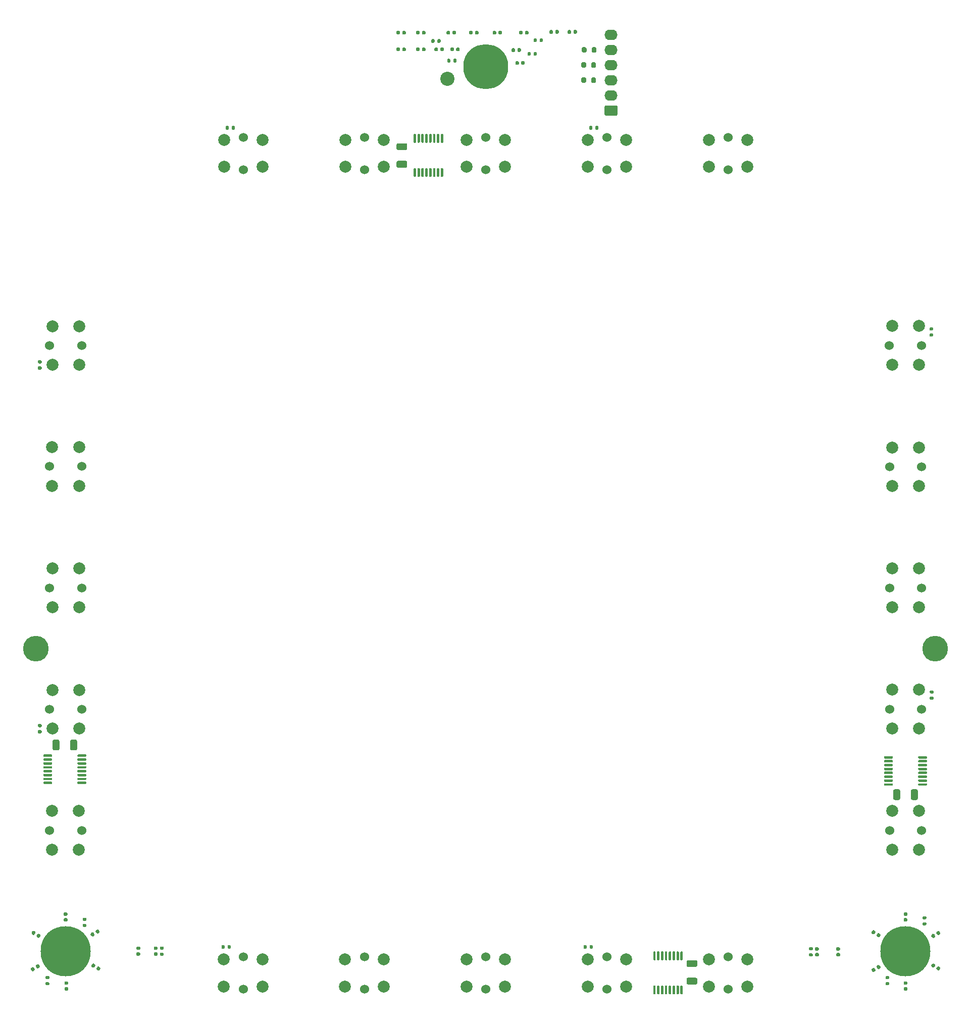
<source format=gbr>
G04 #@! TF.GenerationSoftware,KiCad,Pcbnew,(5.1.9)-1*
G04 #@! TF.CreationDate,2021-08-15T10:09:09-06:00*
G04 #@! TF.ProjectId,Buttons_DDI,42757474-6f6e-4735-9f44-44492e6b6963,rev?*
G04 #@! TF.SameCoordinates,Original*
G04 #@! TF.FileFunction,Soldermask,Top*
G04 #@! TF.FilePolarity,Negative*
%FSLAX46Y46*%
G04 Gerber Fmt 4.6, Leading zero omitted, Abs format (unit mm)*
G04 Created by KiCad (PCBNEW (5.1.9)-1) date 2021-08-15 10:09:09*
%MOMM*%
%LPD*%
G01*
G04 APERTURE LIST*
%ADD10C,4.300000*%
%ADD11C,8.400000*%
%ADD12C,7.540752*%
%ADD13C,2.381250*%
%ADD14C,1.524000*%
%ADD15C,2.000000*%
%ADD16O,2.190000X1.740000*%
G04 APERTURE END LIST*
D10*
X283112145Y129680924D03*
X132305987Y129680924D03*
D11*
X278114691Y78969824D03*
X137303441Y78969824D03*
D12*
X207709066Y227216924D03*
D13*
X201283366Y225129124D03*
D12*
X207709066Y227216924D03*
G36*
G01*
X225474926Y229730564D02*
X225474926Y230280564D01*
G75*
G02*
X225674926Y230480564I200000J0D01*
G01*
X226074926Y230480564D01*
G75*
G02*
X226274926Y230280564I0J-200000D01*
G01*
X226274926Y229730564D01*
G75*
G02*
X226074926Y229530564I-200000J0D01*
G01*
X225674926Y229530564D01*
G75*
G02*
X225474926Y229730564I0J200000D01*
G01*
G37*
G36*
G01*
X223824926Y229730564D02*
X223824926Y230280564D01*
G75*
G02*
X224024926Y230480564I200000J0D01*
G01*
X224424926Y230480564D01*
G75*
G02*
X224624926Y230280564I0J-200000D01*
G01*
X224624926Y229730564D01*
G75*
G02*
X224424926Y229530564I-200000J0D01*
G01*
X224024926Y229530564D01*
G75*
G02*
X223824926Y229730564I0J200000D01*
G01*
G37*
D14*
X167080566Y209947924D03*
X167080566Y215347924D03*
D15*
X170330566Y214897924D03*
X170330566Y210397924D03*
X163830566Y214897924D03*
X163830566Y210397924D03*
D14*
X187400566Y209947924D03*
X187400566Y215347924D03*
D15*
X190650566Y214897924D03*
X190650566Y210397924D03*
X184150566Y214897924D03*
X184150566Y210397924D03*
D14*
X207720566Y209947924D03*
X207720566Y215347924D03*
D15*
X210970566Y214897924D03*
X210970566Y210397924D03*
X204470566Y214897924D03*
X204470566Y210397924D03*
D14*
X228040566Y209947924D03*
X228040566Y215347924D03*
D15*
X231290566Y214897924D03*
X231290566Y210397924D03*
X224790566Y214897924D03*
X224790566Y210397924D03*
D14*
X248360566Y209947924D03*
X248360566Y215347924D03*
D15*
X251610566Y214897924D03*
X251610566Y210397924D03*
X245110566Y214897924D03*
X245110566Y210397924D03*
D14*
X275403066Y180482124D03*
X280803066Y180482124D03*
D15*
X280353066Y177232124D03*
X275853066Y177232124D03*
X280353066Y183732124D03*
X275853066Y183732124D03*
D14*
X275425291Y160149424D03*
X280825291Y160149424D03*
D15*
X280375291Y156899424D03*
X275875291Y156899424D03*
X280375291Y163399424D03*
X275875291Y163399424D03*
D14*
X275425291Y139854824D03*
X280825291Y139854824D03*
D15*
X280375291Y136604824D03*
X275875291Y136604824D03*
X280375291Y143104824D03*
X275875291Y143104824D03*
D14*
X275425291Y119532424D03*
X280825291Y119532424D03*
D15*
X280375291Y116282424D03*
X275875291Y116282424D03*
X280375291Y122782424D03*
X275875291Y122782424D03*
D14*
X275425291Y99214824D03*
X280825291Y99214824D03*
D15*
X280375291Y95964824D03*
X275875291Y95964824D03*
X280375291Y102464824D03*
X275875291Y102464824D03*
D14*
X167067866Y72610124D03*
X167067866Y78010124D03*
D15*
X170317866Y77560124D03*
X170317866Y73060124D03*
X163817866Y77560124D03*
X163817866Y73060124D03*
D14*
X187387866Y72610124D03*
X187387866Y78010124D03*
D15*
X190637866Y77560124D03*
X190637866Y73060124D03*
X184137866Y77560124D03*
X184137866Y73060124D03*
D14*
X207733266Y72610124D03*
X207733266Y78010124D03*
D15*
X210983266Y77560124D03*
X210983266Y73060124D03*
X204483266Y77560124D03*
X204483266Y73060124D03*
D14*
X228053266Y72610124D03*
X228053266Y78010124D03*
D15*
X231303266Y77560124D03*
X231303266Y73060124D03*
X224803266Y77560124D03*
X224803266Y73060124D03*
D14*
X248373266Y72610124D03*
X248373266Y78010124D03*
D15*
X251623266Y77560124D03*
X251623266Y73060124D03*
X245123266Y77560124D03*
X245123266Y73060124D03*
D14*
X140015066Y180454324D03*
X134615066Y180454324D03*
D15*
X135065066Y183704324D03*
X139565066Y183704324D03*
X135065066Y177204324D03*
X139565066Y177204324D03*
D14*
X139989666Y160185124D03*
X134589666Y160185124D03*
D15*
X135039666Y163435124D03*
X139539666Y163435124D03*
X135039666Y156935124D03*
X139539666Y156935124D03*
D14*
X140015066Y139839724D03*
X134615066Y139839724D03*
D15*
X135065066Y143089724D03*
X139565066Y143089724D03*
X135065066Y136589724D03*
X139565066Y136589724D03*
D14*
X139999191Y119494324D03*
X134599191Y119494324D03*
D15*
X135049191Y122744324D03*
X139549191Y122744324D03*
X135049191Y116244324D03*
X139549191Y116244324D03*
D14*
X139964266Y99199724D03*
X134564266Y99199724D03*
D15*
X135014266Y102449724D03*
X139514266Y102449724D03*
X135014266Y95949724D03*
X139514266Y95949724D03*
G36*
G01*
X193009690Y211419824D02*
X194309692Y211419824D01*
G75*
G02*
X194559691Y211169825I0J-249999D01*
G01*
X194559691Y210519823D01*
G75*
G02*
X194309692Y210269824I-249999J0D01*
G01*
X193009690Y210269824D01*
G75*
G02*
X192759691Y210519823I0J249999D01*
G01*
X192759691Y211169825D01*
G75*
G02*
X193009690Y211419824I249999J0D01*
G01*
G37*
G36*
G01*
X193009690Y214369824D02*
X194309692Y214369824D01*
G75*
G02*
X194559691Y214119825I0J-249999D01*
G01*
X194559691Y213469823D01*
G75*
G02*
X194309692Y213219824I-249999J0D01*
G01*
X193009690Y213219824D01*
G75*
G02*
X192759691Y213469823I0J249999D01*
G01*
X192759691Y214119825D01*
G75*
G02*
X193009690Y214369824I249999J0D01*
G01*
G37*
G36*
G01*
X139194691Y114163825D02*
X139194691Y112863823D01*
G75*
G02*
X138944692Y112613824I-249999J0D01*
G01*
X138294690Y112613824D01*
G75*
G02*
X138044691Y112863823I0J249999D01*
G01*
X138044691Y114163825D01*
G75*
G02*
X138294690Y114413824I249999J0D01*
G01*
X138944692Y114413824D01*
G75*
G02*
X139194691Y114163825I0J-249999D01*
G01*
G37*
G36*
G01*
X136244691Y114163825D02*
X136244691Y112863823D01*
G75*
G02*
X135994692Y112613824I-249999J0D01*
G01*
X135344690Y112613824D01*
G75*
G02*
X135094691Y112863823I0J249999D01*
G01*
X135094691Y114163825D01*
G75*
G02*
X135344690Y114413824I249999J0D01*
G01*
X135994692Y114413824D01*
G75*
G02*
X136244691Y114163825I0J-249999D01*
G01*
G37*
G36*
G01*
X242950692Y76313824D02*
X241650690Y76313824D01*
G75*
G02*
X241400691Y76563823I0J249999D01*
G01*
X241400691Y77213825D01*
G75*
G02*
X241650690Y77463824I249999J0D01*
G01*
X242950692Y77463824D01*
G75*
G02*
X243200691Y77213825I0J-249999D01*
G01*
X243200691Y76563823D01*
G75*
G02*
X242950692Y76313824I-249999J0D01*
G01*
G37*
G36*
G01*
X242950692Y73363824D02*
X241650690Y73363824D01*
G75*
G02*
X241400691Y73613823I0J249999D01*
G01*
X241400691Y74263825D01*
G75*
G02*
X241650690Y74513824I249999J0D01*
G01*
X242950692Y74513824D01*
G75*
G02*
X243200691Y74263825I0J-249999D01*
G01*
X243200691Y73613823D01*
G75*
G02*
X242950692Y73363824I-249999J0D01*
G01*
G37*
G36*
G01*
X276064691Y104545323D02*
X276064691Y105845325D01*
G75*
G02*
X276314690Y106095324I249999J0D01*
G01*
X276964692Y106095324D01*
G75*
G02*
X277214691Y105845325I0J-249999D01*
G01*
X277214691Y104545323D01*
G75*
G02*
X276964692Y104295324I-249999J0D01*
G01*
X276314690Y104295324D01*
G75*
G02*
X276064691Y104545323I0J249999D01*
G01*
G37*
G36*
G01*
X279014691Y104545323D02*
X279014691Y105845325D01*
G75*
G02*
X279264690Y106095324I249999J0D01*
G01*
X279914692Y106095324D01*
G75*
G02*
X280164691Y105845325I0J-249999D01*
G01*
X280164691Y104545323D01*
G75*
G02*
X279914692Y104295324I-249999J0D01*
G01*
X279264690Y104295324D01*
G75*
G02*
X279014691Y104545323I0J249999D01*
G01*
G37*
G36*
G01*
X194312691Y233066324D02*
X194312691Y232721324D01*
G75*
G02*
X194165191Y232573824I-147500J0D01*
G01*
X193870191Y232573824D01*
G75*
G02*
X193722691Y232721324I0J147500D01*
G01*
X193722691Y233066324D01*
G75*
G02*
X193870191Y233213824I147500J0D01*
G01*
X194165191Y233213824D01*
G75*
G02*
X194312691Y233066324I0J-147500D01*
G01*
G37*
G36*
G01*
X193342691Y233066324D02*
X193342691Y232721324D01*
G75*
G02*
X193195191Y232573824I-147500J0D01*
G01*
X192900191Y232573824D01*
G75*
G02*
X192752691Y232721324I0J147500D01*
G01*
X192752691Y233066324D01*
G75*
G02*
X192900191Y233213824I147500J0D01*
G01*
X193195191Y233213824D01*
G75*
G02*
X193342691Y233066324I0J-147500D01*
G01*
G37*
G36*
G01*
X196644691Y233066324D02*
X196644691Y232721324D01*
G75*
G02*
X196497191Y232573824I-147500J0D01*
G01*
X196202191Y232573824D01*
G75*
G02*
X196054691Y232721324I0J147500D01*
G01*
X196054691Y233066324D01*
G75*
G02*
X196202191Y233213824I147500J0D01*
G01*
X196497191Y233213824D01*
G75*
G02*
X196644691Y233066324I0J-147500D01*
G01*
G37*
G36*
G01*
X197614691Y233066324D02*
X197614691Y232721324D01*
G75*
G02*
X197467191Y232573824I-147500J0D01*
G01*
X197172191Y232573824D01*
G75*
G02*
X197024691Y232721324I0J147500D01*
G01*
X197024691Y233066324D01*
G75*
G02*
X197172191Y233213824I147500J0D01*
G01*
X197467191Y233213824D01*
G75*
G02*
X197614691Y233066324I0J-147500D01*
G01*
G37*
G36*
G01*
X202717691Y233066324D02*
X202717691Y232721324D01*
G75*
G02*
X202570191Y232573824I-147500J0D01*
G01*
X202275191Y232573824D01*
G75*
G02*
X202127691Y232721324I0J147500D01*
G01*
X202127691Y233066324D01*
G75*
G02*
X202275191Y233213824I147500J0D01*
G01*
X202570191Y233213824D01*
G75*
G02*
X202717691Y233066324I0J-147500D01*
G01*
G37*
G36*
G01*
X201747691Y233066324D02*
X201747691Y232721324D01*
G75*
G02*
X201600191Y232573824I-147500J0D01*
G01*
X201305191Y232573824D01*
G75*
G02*
X201157691Y232721324I0J147500D01*
G01*
X201157691Y233066324D01*
G75*
G02*
X201305191Y233213824I147500J0D01*
G01*
X201600191Y233213824D01*
G75*
G02*
X201747691Y233066324I0J-147500D01*
G01*
G37*
G36*
G01*
X205534691Y233066324D02*
X205534691Y232721324D01*
G75*
G02*
X205387191Y232573824I-147500J0D01*
G01*
X205092191Y232573824D01*
G75*
G02*
X204944691Y232721324I0J147500D01*
G01*
X204944691Y233066324D01*
G75*
G02*
X205092191Y233213824I147500J0D01*
G01*
X205387191Y233213824D01*
G75*
G02*
X205534691Y233066324I0J-147500D01*
G01*
G37*
G36*
G01*
X206504691Y233066324D02*
X206504691Y232721324D01*
G75*
G02*
X206357191Y232573824I-147500J0D01*
G01*
X206062191Y232573824D01*
G75*
G02*
X205914691Y232721324I0J147500D01*
G01*
X205914691Y233066324D01*
G75*
G02*
X206062191Y233213824I147500J0D01*
G01*
X206357191Y233213824D01*
G75*
G02*
X206504691Y233066324I0J-147500D01*
G01*
G37*
G36*
G01*
X194312691Y230272324D02*
X194312691Y229927324D01*
G75*
G02*
X194165191Y229779824I-147500J0D01*
G01*
X193870191Y229779824D01*
G75*
G02*
X193722691Y229927324I0J147500D01*
G01*
X193722691Y230272324D01*
G75*
G02*
X193870191Y230419824I147500J0D01*
G01*
X194165191Y230419824D01*
G75*
G02*
X194312691Y230272324I0J-147500D01*
G01*
G37*
G36*
G01*
X193342691Y230272324D02*
X193342691Y229927324D01*
G75*
G02*
X193195191Y229779824I-147500J0D01*
G01*
X192900191Y229779824D01*
G75*
G02*
X192752691Y229927324I0J147500D01*
G01*
X192752691Y230272324D01*
G75*
G02*
X192900191Y230419824I147500J0D01*
G01*
X193195191Y230419824D01*
G75*
G02*
X193342691Y230272324I0J-147500D01*
G01*
G37*
G36*
G01*
X197614691Y230272324D02*
X197614691Y229927324D01*
G75*
G02*
X197467191Y229779824I-147500J0D01*
G01*
X197172191Y229779824D01*
G75*
G02*
X197024691Y229927324I0J147500D01*
G01*
X197024691Y230272324D01*
G75*
G02*
X197172191Y230419824I147500J0D01*
G01*
X197467191Y230419824D01*
G75*
G02*
X197614691Y230272324I0J-147500D01*
G01*
G37*
G36*
G01*
X196644691Y230272324D02*
X196644691Y229927324D01*
G75*
G02*
X196497191Y229779824I-147500J0D01*
G01*
X196202191Y229779824D01*
G75*
G02*
X196054691Y229927324I0J147500D01*
G01*
X196054691Y230272324D01*
G75*
G02*
X196202191Y230419824I147500J0D01*
G01*
X196497191Y230419824D01*
G75*
G02*
X196644691Y230272324I0J-147500D01*
G01*
G37*
G36*
G01*
X200685691Y230272324D02*
X200685691Y229927324D01*
G75*
G02*
X200538191Y229779824I-147500J0D01*
G01*
X200243191Y229779824D01*
G75*
G02*
X200095691Y229927324I0J147500D01*
G01*
X200095691Y230272324D01*
G75*
G02*
X200243191Y230419824I147500J0D01*
G01*
X200538191Y230419824D01*
G75*
G02*
X200685691Y230272324I0J-147500D01*
G01*
G37*
G36*
G01*
X199715691Y230272324D02*
X199715691Y229927324D01*
G75*
G02*
X199568191Y229779824I-147500J0D01*
G01*
X199273191Y229779824D01*
G75*
G02*
X199125691Y229927324I0J147500D01*
G01*
X199125691Y230272324D01*
G75*
G02*
X199273191Y230419824I147500J0D01*
G01*
X199568191Y230419824D01*
G75*
G02*
X199715691Y230272324I0J-147500D01*
G01*
G37*
G36*
G01*
X202382691Y230272324D02*
X202382691Y229927324D01*
G75*
G02*
X202235191Y229779824I-147500J0D01*
G01*
X201940191Y229779824D01*
G75*
G02*
X201792691Y229927324I0J147500D01*
G01*
X201792691Y230272324D01*
G75*
G02*
X201940191Y230419824I147500J0D01*
G01*
X202235191Y230419824D01*
G75*
G02*
X202382691Y230272324I0J-147500D01*
G01*
G37*
G36*
G01*
X203352691Y230272324D02*
X203352691Y229927324D01*
G75*
G02*
X203205191Y229779824I-147500J0D01*
G01*
X202910191Y229779824D01*
G75*
G02*
X202762691Y229927324I0J147500D01*
G01*
X202762691Y230272324D01*
G75*
G02*
X202910191Y230419824I147500J0D01*
G01*
X203205191Y230419824D01*
G75*
G02*
X203352691Y230272324I0J-147500D01*
G01*
G37*
G36*
G01*
X222424691Y232848324D02*
X222424691Y233193324D01*
G75*
G02*
X222572191Y233340824I147500J0D01*
G01*
X222867191Y233340824D01*
G75*
G02*
X223014691Y233193324I0J-147500D01*
G01*
X223014691Y232848324D01*
G75*
G02*
X222867191Y232700824I-147500J0D01*
G01*
X222572191Y232700824D01*
G75*
G02*
X222424691Y232848324I0J147500D01*
G01*
G37*
G36*
G01*
X221454691Y232848324D02*
X221454691Y233193324D01*
G75*
G02*
X221602191Y233340824I147500J0D01*
G01*
X221897191Y233340824D01*
G75*
G02*
X222044691Y233193324I0J-147500D01*
G01*
X222044691Y232848324D01*
G75*
G02*
X221897191Y232700824I-147500J0D01*
G01*
X221602191Y232700824D01*
G75*
G02*
X221454691Y232848324I0J147500D01*
G01*
G37*
G36*
G01*
X218406691Y232848324D02*
X218406691Y233193324D01*
G75*
G02*
X218554191Y233340824I147500J0D01*
G01*
X218849191Y233340824D01*
G75*
G02*
X218996691Y233193324I0J-147500D01*
G01*
X218996691Y232848324D01*
G75*
G02*
X218849191Y232700824I-147500J0D01*
G01*
X218554191Y232700824D01*
G75*
G02*
X218406691Y232848324I0J147500D01*
G01*
G37*
G36*
G01*
X219376691Y232848324D02*
X219376691Y233193324D01*
G75*
G02*
X219524191Y233340824I147500J0D01*
G01*
X219819191Y233340824D01*
G75*
G02*
X219966691Y233193324I0J-147500D01*
G01*
X219966691Y232848324D01*
G75*
G02*
X219819191Y232700824I-147500J0D01*
G01*
X219524191Y232700824D01*
G75*
G02*
X219376691Y232848324I0J147500D01*
G01*
G37*
G36*
G01*
X214296691Y232721324D02*
X214296691Y233066324D01*
G75*
G02*
X214444191Y233213824I147500J0D01*
G01*
X214739191Y233213824D01*
G75*
G02*
X214886691Y233066324I0J-147500D01*
G01*
X214886691Y232721324D01*
G75*
G02*
X214739191Y232573824I-147500J0D01*
G01*
X214444191Y232573824D01*
G75*
G02*
X214296691Y232721324I0J147500D01*
G01*
G37*
G36*
G01*
X213326691Y232721324D02*
X213326691Y233066324D01*
G75*
G02*
X213474191Y233213824I147500J0D01*
G01*
X213769191Y233213824D01*
G75*
G02*
X213916691Y233066324I0J-147500D01*
G01*
X213916691Y232721324D01*
G75*
G02*
X213769191Y232573824I-147500J0D01*
G01*
X213474191Y232573824D01*
G75*
G02*
X213326691Y232721324I0J147500D01*
G01*
G37*
G36*
G01*
X208881691Y232721324D02*
X208881691Y233066324D01*
G75*
G02*
X209029191Y233213824I147500J0D01*
G01*
X209324191Y233213824D01*
G75*
G02*
X209471691Y233066324I0J-147500D01*
G01*
X209471691Y232721324D01*
G75*
G02*
X209324191Y232573824I-147500J0D01*
G01*
X209029191Y232573824D01*
G75*
G02*
X208881691Y232721324I0J147500D01*
G01*
G37*
G36*
G01*
X209851691Y232721324D02*
X209851691Y233066324D01*
G75*
G02*
X209999191Y233213824I147500J0D01*
G01*
X210294191Y233213824D01*
G75*
G02*
X210441691Y233066324I0J-147500D01*
G01*
X210441691Y232721324D01*
G75*
G02*
X210294191Y232573824I-147500J0D01*
G01*
X209999191Y232573824D01*
G75*
G02*
X209851691Y232721324I0J147500D01*
G01*
G37*
G36*
G01*
X213661691Y227641324D02*
X213661691Y227986324D01*
G75*
G02*
X213809191Y228133824I147500J0D01*
G01*
X214104191Y228133824D01*
G75*
G02*
X214251691Y227986324I0J-147500D01*
G01*
X214251691Y227641324D01*
G75*
G02*
X214104191Y227493824I-147500J0D01*
G01*
X213809191Y227493824D01*
G75*
G02*
X213661691Y227641324I0J147500D01*
G01*
G37*
G36*
G01*
X212691691Y227641324D02*
X212691691Y227986324D01*
G75*
G02*
X212839191Y228133824I147500J0D01*
G01*
X213134191Y228133824D01*
G75*
G02*
X213281691Y227986324I0J-147500D01*
G01*
X213281691Y227641324D01*
G75*
G02*
X213134191Y227493824I-147500J0D01*
G01*
X212839191Y227493824D01*
G75*
G02*
X212691691Y227641324I0J147500D01*
G01*
G37*
G36*
G01*
X213616691Y230145324D02*
X213616691Y229800324D01*
G75*
G02*
X213469191Y229652824I-147500J0D01*
G01*
X213174191Y229652824D01*
G75*
G02*
X213026691Y229800324I0J147500D01*
G01*
X213026691Y230145324D01*
G75*
G02*
X213174191Y230292824I147500J0D01*
G01*
X213469191Y230292824D01*
G75*
G02*
X213616691Y230145324I0J-147500D01*
G01*
G37*
G36*
G01*
X212646691Y230145324D02*
X212646691Y229800324D01*
G75*
G02*
X212499191Y229652824I-147500J0D01*
G01*
X212204191Y229652824D01*
G75*
G02*
X212056691Y229800324I0J147500D01*
G01*
X212056691Y230145324D01*
G75*
G02*
X212204191Y230292824I147500J0D01*
G01*
X212499191Y230292824D01*
G75*
G02*
X212646691Y230145324I0J-147500D01*
G01*
G37*
G36*
G01*
X137444191Y83904824D02*
X137099191Y83904824D01*
G75*
G02*
X136951691Y84052324I0J147500D01*
G01*
X136951691Y84347324D01*
G75*
G02*
X137099191Y84494824I147500J0D01*
G01*
X137444191Y84494824D01*
G75*
G02*
X137591691Y84347324I0J-147500D01*
G01*
X137591691Y84052324D01*
G75*
G02*
X137444191Y83904824I-147500J0D01*
G01*
G37*
G36*
G01*
X137444191Y84874824D02*
X137099191Y84874824D01*
G75*
G02*
X136951691Y85022324I0J147500D01*
G01*
X136951691Y85317324D01*
G75*
G02*
X137099191Y85464824I147500J0D01*
G01*
X137444191Y85464824D01*
G75*
G02*
X137591691Y85317324I0J-147500D01*
G01*
X137591691Y85022324D01*
G75*
G02*
X137444191Y84874824I-147500J0D01*
G01*
G37*
G36*
G01*
X132240397Y82008213D02*
X132067897Y81709435D01*
G75*
G02*
X131866408Y81655446I-127739J73750D01*
G01*
X131610930Y81802946D01*
G75*
G02*
X131556941Y82004435I73750J127739D01*
G01*
X131729441Y82303213D01*
G75*
G02*
X131930930Y82357202I127739J-73750D01*
G01*
X132186408Y82209702D01*
G75*
G02*
X132240397Y82008213I-73750J-127739D01*
G01*
G37*
G36*
G01*
X133080441Y81523213D02*
X132907941Y81224435D01*
G75*
G02*
X132706452Y81170446I-127739J73750D01*
G01*
X132450974Y81317946D01*
G75*
G02*
X132396985Y81519435I73750J127739D01*
G01*
X132569485Y81818213D01*
G75*
G02*
X132770974Y81872202I127739J-73750D01*
G01*
X133026452Y81724702D01*
G75*
G02*
X133080441Y81523213I-73750J-127739D01*
G01*
G37*
G36*
G01*
X131940897Y76230213D02*
X132113397Y75931435D01*
G75*
G02*
X132059408Y75729946I-127739J-73750D01*
G01*
X131803930Y75582446D01*
G75*
G02*
X131602441Y75636435I-73750J127739D01*
G01*
X131429941Y75935213D01*
G75*
G02*
X131483930Y76136702I127739J73750D01*
G01*
X131739408Y76284202D01*
G75*
G02*
X131940897Y76230213I73750J-127739D01*
G01*
G37*
G36*
G01*
X132780941Y76715213D02*
X132953441Y76416435D01*
G75*
G02*
X132899452Y76214946I-127739J-73750D01*
G01*
X132643974Y76067446D01*
G75*
G02*
X132442485Y76121435I-73750J127739D01*
G01*
X132269985Y76420213D01*
G75*
G02*
X132323974Y76621702I127739J73750D01*
G01*
X132579452Y76769202D01*
G75*
G02*
X132780941Y76715213I73750J-127739D01*
G01*
G37*
G36*
G01*
X137226191Y73907824D02*
X137571191Y73907824D01*
G75*
G02*
X137718691Y73760324I0J-147500D01*
G01*
X137718691Y73465324D01*
G75*
G02*
X137571191Y73317824I-147500J0D01*
G01*
X137226191Y73317824D01*
G75*
G02*
X137078691Y73465324I0J147500D01*
G01*
X137078691Y73760324D01*
G75*
G02*
X137226191Y73907824I147500J0D01*
G01*
G37*
G36*
G01*
X137226191Y72937824D02*
X137571191Y72937824D01*
G75*
G02*
X137718691Y72790324I0J-147500D01*
G01*
X137718691Y72495324D01*
G75*
G02*
X137571191Y72347824I-147500J0D01*
G01*
X137226191Y72347824D01*
G75*
G02*
X137078691Y72495324I0J147500D01*
G01*
X137078691Y72790324D01*
G75*
G02*
X137226191Y72937824I147500J0D01*
G01*
G37*
G36*
G01*
X142429985Y76058435D02*
X142602485Y76357213D01*
G75*
G02*
X142803974Y76411202I127739J-73750D01*
G01*
X143059452Y76263702D01*
G75*
G02*
X143113441Y76062213I-73750J-127739D01*
G01*
X142940941Y75763435D01*
G75*
G02*
X142739452Y75709446I-127739J73750D01*
G01*
X142483974Y75856946D01*
G75*
G02*
X142429985Y76058435I73750J127739D01*
G01*
G37*
G36*
G01*
X141589941Y76543435D02*
X141762441Y76842213D01*
G75*
G02*
X141963930Y76896202I127739J-73750D01*
G01*
X142219408Y76748702D01*
G75*
G02*
X142273397Y76547213I-73750J-127739D01*
G01*
X142100897Y76248435D01*
G75*
G02*
X141899408Y76194446I-127739J73750D01*
G01*
X141643930Y76341946D01*
G75*
G02*
X141589941Y76543435I73750J127739D01*
G01*
G37*
G36*
G01*
X141635441Y81478435D02*
X141462941Y81777213D01*
G75*
G02*
X141516930Y81978702I127739J73750D01*
G01*
X141772408Y82126202D01*
G75*
G02*
X141973897Y82072213I73750J-127739D01*
G01*
X142146397Y81773435D01*
G75*
G02*
X142092408Y81571946I-127739J-73750D01*
G01*
X141836930Y81424446D01*
G75*
G02*
X141635441Y81478435I-73750J127739D01*
G01*
G37*
G36*
G01*
X142475485Y81963435D02*
X142302985Y82262213D01*
G75*
G02*
X142356974Y82463702I127739J73750D01*
G01*
X142612452Y82611202D01*
G75*
G02*
X142813941Y82557213I73750J-127739D01*
G01*
X142986441Y82258435D01*
G75*
G02*
X142932452Y82056946I-127739J-73750D01*
G01*
X142676974Y81909446D01*
G75*
G02*
X142475485Y81963435I-73750J127739D01*
G01*
G37*
G36*
G01*
X149636191Y79159824D02*
X149291191Y79159824D01*
G75*
G02*
X149143691Y79307324I0J147500D01*
G01*
X149143691Y79602324D01*
G75*
G02*
X149291191Y79749824I147500J0D01*
G01*
X149636191Y79749824D01*
G75*
G02*
X149783691Y79602324I0J-147500D01*
G01*
X149783691Y79307324D01*
G75*
G02*
X149636191Y79159824I-147500J0D01*
G01*
G37*
G36*
G01*
X149636191Y78189824D02*
X149291191Y78189824D01*
G75*
G02*
X149143691Y78337324I0J147500D01*
G01*
X149143691Y78632324D01*
G75*
G02*
X149291191Y78779824I147500J0D01*
G01*
X149636191Y78779824D01*
G75*
G02*
X149783691Y78632324I0J-147500D01*
G01*
X149783691Y78337324D01*
G75*
G02*
X149636191Y78189824I-147500J0D01*
G01*
G37*
G36*
G01*
X152557191Y78189824D02*
X152212191Y78189824D01*
G75*
G02*
X152064691Y78337324I0J147500D01*
G01*
X152064691Y78632324D01*
G75*
G02*
X152212191Y78779824I147500J0D01*
G01*
X152557191Y78779824D01*
G75*
G02*
X152704691Y78632324I0J-147500D01*
G01*
X152704691Y78337324D01*
G75*
G02*
X152557191Y78189824I-147500J0D01*
G01*
G37*
G36*
G01*
X152557191Y79159824D02*
X152212191Y79159824D01*
G75*
G02*
X152064691Y79307324I0J147500D01*
G01*
X152064691Y79602324D01*
G75*
G02*
X152212191Y79749824I147500J0D01*
G01*
X152557191Y79749824D01*
G75*
G02*
X152704691Y79602324I0J-147500D01*
G01*
X152704691Y79307324D01*
G75*
G02*
X152557191Y79159824I-147500J0D01*
G01*
G37*
G36*
G01*
X278287191Y84874824D02*
X277942191Y84874824D01*
G75*
G02*
X277794691Y85022324I0J147500D01*
G01*
X277794691Y85317324D01*
G75*
G02*
X277942191Y85464824I147500J0D01*
G01*
X278287191Y85464824D01*
G75*
G02*
X278434691Y85317324I0J-147500D01*
G01*
X278434691Y85022324D01*
G75*
G02*
X278287191Y84874824I-147500J0D01*
G01*
G37*
G36*
G01*
X278287191Y83904824D02*
X277942191Y83904824D01*
G75*
G02*
X277794691Y84052324I0J147500D01*
G01*
X277794691Y84347324D01*
G75*
G02*
X277942191Y84494824I147500J0D01*
G01*
X278287191Y84494824D01*
G75*
G02*
X278434691Y84347324I0J-147500D01*
G01*
X278434691Y84052324D01*
G75*
G02*
X278287191Y83904824I-147500J0D01*
G01*
G37*
G36*
G01*
X273923441Y81650213D02*
X273750941Y81351435D01*
G75*
G02*
X273549452Y81297446I-127739J73750D01*
G01*
X273293974Y81444946D01*
G75*
G02*
X273239985Y81646435I73750J127739D01*
G01*
X273412485Y81945213D01*
G75*
G02*
X273613974Y81999202I127739J-73750D01*
G01*
X273869452Y81851702D01*
G75*
G02*
X273923441Y81650213I-73750J-127739D01*
G01*
G37*
G36*
G01*
X273083397Y82135213D02*
X272910897Y81836435D01*
G75*
G02*
X272709408Y81782446I-127739J73750D01*
G01*
X272453930Y81929946D01*
G75*
G02*
X272399941Y82131435I73750J127739D01*
G01*
X272572441Y82430213D01*
G75*
G02*
X272773930Y82484202I127739J-73750D01*
G01*
X273029408Y82336702D01*
G75*
G02*
X273083397Y82135213I-73750J-127739D01*
G01*
G37*
G36*
G01*
X272910897Y76103213D02*
X273083397Y75804435D01*
G75*
G02*
X273029408Y75602946I-127739J-73750D01*
G01*
X272773930Y75455446D01*
G75*
G02*
X272572441Y75509435I-73750J127739D01*
G01*
X272399941Y75808213D01*
G75*
G02*
X272453930Y76009702I127739J73750D01*
G01*
X272709408Y76157202D01*
G75*
G02*
X272910897Y76103213I73750J-127739D01*
G01*
G37*
G36*
G01*
X273750941Y76588213D02*
X273923441Y76289435D01*
G75*
G02*
X273869452Y76087946I-127739J-73750D01*
G01*
X273613974Y75940446D01*
G75*
G02*
X273412485Y75994435I-73750J127739D01*
G01*
X273239985Y76293213D01*
G75*
G02*
X273293974Y76494702I127739J73750D01*
G01*
X273549452Y76642202D01*
G75*
G02*
X273750941Y76588213I73750J-127739D01*
G01*
G37*
G36*
G01*
X277942191Y73907824D02*
X278287191Y73907824D01*
G75*
G02*
X278434691Y73760324I0J-147500D01*
G01*
X278434691Y73465324D01*
G75*
G02*
X278287191Y73317824I-147500J0D01*
G01*
X277942191Y73317824D01*
G75*
G02*
X277794691Y73465324I0J147500D01*
G01*
X277794691Y73760324D01*
G75*
G02*
X277942191Y73907824I147500J0D01*
G01*
G37*
G36*
G01*
X277942191Y72937824D02*
X278287191Y72937824D01*
G75*
G02*
X278434691Y72790324I0J-147500D01*
G01*
X278434691Y72495324D01*
G75*
G02*
X278287191Y72347824I-147500J0D01*
G01*
X277942191Y72347824D01*
G75*
G02*
X277794691Y72495324I0J147500D01*
G01*
X277794691Y72790324D01*
G75*
G02*
X277942191Y72937824I147500J0D01*
G01*
G37*
G36*
G01*
X283272985Y76058435D02*
X283445485Y76357213D01*
G75*
G02*
X283646974Y76411202I127739J-73750D01*
G01*
X283902452Y76263702D01*
G75*
G02*
X283956441Y76062213I-73750J-127739D01*
G01*
X283783941Y75763435D01*
G75*
G02*
X283582452Y75709446I-127739J73750D01*
G01*
X283326974Y75856946D01*
G75*
G02*
X283272985Y76058435I73750J127739D01*
G01*
G37*
G36*
G01*
X282432941Y76543435D02*
X282605441Y76842213D01*
G75*
G02*
X282806930Y76896202I127739J-73750D01*
G01*
X283062408Y76748702D01*
G75*
G02*
X283116397Y76547213I-73750J-127739D01*
G01*
X282943897Y76248435D01*
G75*
G02*
X282742408Y76194446I-127739J73750D01*
G01*
X282486930Y76341946D01*
G75*
G02*
X282432941Y76543435I73750J127739D01*
G01*
G37*
G36*
G01*
X283445485Y81709435D02*
X283272985Y82008213D01*
G75*
G02*
X283326974Y82209702I127739J73750D01*
G01*
X283582452Y82357202D01*
G75*
G02*
X283783941Y82303213I73750J-127739D01*
G01*
X283956441Y82004435D01*
G75*
G02*
X283902452Y81802946I-127739J-73750D01*
G01*
X283646974Y81655446D01*
G75*
G02*
X283445485Y81709435I-73750J127739D01*
G01*
G37*
G36*
G01*
X282605441Y81224435D02*
X282432941Y81523213D01*
G75*
G02*
X282486930Y81724702I127739J73750D01*
G01*
X282742408Y81872202D01*
G75*
G02*
X282943897Y81818213I73750J-127739D01*
G01*
X283116397Y81519435D01*
G75*
G02*
X283062408Y81317946I-127739J-73750D01*
G01*
X282806930Y81170446D01*
G75*
G02*
X282605441Y81224435I-73750J127739D01*
G01*
G37*
G36*
G01*
X266984191Y79032824D02*
X266639191Y79032824D01*
G75*
G02*
X266491691Y79180324I0J147500D01*
G01*
X266491691Y79475324D01*
G75*
G02*
X266639191Y79622824I147500J0D01*
G01*
X266984191Y79622824D01*
G75*
G02*
X267131691Y79475324I0J-147500D01*
G01*
X267131691Y79180324D01*
G75*
G02*
X266984191Y79032824I-147500J0D01*
G01*
G37*
G36*
G01*
X266984191Y78062824D02*
X266639191Y78062824D01*
G75*
G02*
X266491691Y78210324I0J147500D01*
G01*
X266491691Y78505324D01*
G75*
G02*
X266639191Y78652824I147500J0D01*
G01*
X266984191Y78652824D01*
G75*
G02*
X267131691Y78505324I0J-147500D01*
G01*
X267131691Y78210324D01*
G75*
G02*
X266984191Y78062824I-147500J0D01*
G01*
G37*
G36*
G01*
X263428191Y78062824D02*
X263083191Y78062824D01*
G75*
G02*
X262935691Y78210324I0J147500D01*
G01*
X262935691Y78505324D01*
G75*
G02*
X263083191Y78652824I147500J0D01*
G01*
X263428191Y78652824D01*
G75*
G02*
X263575691Y78505324I0J-147500D01*
G01*
X263575691Y78210324D01*
G75*
G02*
X263428191Y78062824I-147500J0D01*
G01*
G37*
G36*
G01*
X263428191Y79032824D02*
X263083191Y79032824D01*
G75*
G02*
X262935691Y79180324I0J147500D01*
G01*
X262935691Y79475324D01*
G75*
G02*
X263083191Y79622824I147500J0D01*
G01*
X263428191Y79622824D01*
G75*
G02*
X263575691Y79475324I0J-147500D01*
G01*
X263575691Y79180324D01*
G75*
G02*
X263428191Y79032824I-147500J0D01*
G01*
G37*
G36*
G01*
X229577927Y218975564D02*
X227887925Y218975564D01*
G75*
G02*
X227637926Y219225563I0J249999D01*
G01*
X227637926Y220465565D01*
G75*
G02*
X227887925Y220715564I249999J0D01*
G01*
X229577927Y220715564D01*
G75*
G02*
X229827926Y220465565I0J-249999D01*
G01*
X229827926Y219225563D01*
G75*
G02*
X229577927Y218975564I-249999J0D01*
G01*
G37*
D16*
X228732926Y222385564D03*
X228732926Y224925564D03*
X228732926Y227465564D03*
X228732926Y230005564D03*
X228732926Y232545564D03*
G36*
G01*
X223761926Y227190564D02*
X223761926Y227740564D01*
G75*
G02*
X223961926Y227940564I200000J0D01*
G01*
X224361926Y227940564D01*
G75*
G02*
X224561926Y227740564I0J-200000D01*
G01*
X224561926Y227190564D01*
G75*
G02*
X224361926Y226990564I-200000J0D01*
G01*
X223961926Y226990564D01*
G75*
G02*
X223761926Y227190564I0J200000D01*
G01*
G37*
G36*
G01*
X225411926Y227190564D02*
X225411926Y227740564D01*
G75*
G02*
X225611926Y227940564I200000J0D01*
G01*
X226011926Y227940564D01*
G75*
G02*
X226211926Y227740564I0J-200000D01*
G01*
X226211926Y227190564D01*
G75*
G02*
X226011926Y226990564I-200000J0D01*
G01*
X225611926Y226990564D01*
G75*
G02*
X225411926Y227190564I0J200000D01*
G01*
G37*
G36*
G01*
X225411926Y224650564D02*
X225411926Y225200564D01*
G75*
G02*
X225611926Y225400564I200000J0D01*
G01*
X226011926Y225400564D01*
G75*
G02*
X226211926Y225200564I0J-200000D01*
G01*
X226211926Y224650564D01*
G75*
G02*
X226011926Y224450564I-200000J0D01*
G01*
X225611926Y224450564D01*
G75*
G02*
X225411926Y224650564I0J200000D01*
G01*
G37*
G36*
G01*
X223761926Y224650564D02*
X223761926Y225200564D01*
G75*
G02*
X223961926Y225400564I200000J0D01*
G01*
X224361926Y225400564D01*
G75*
G02*
X224561926Y225200564I0J-200000D01*
G01*
X224561926Y224650564D01*
G75*
G02*
X224361926Y224450564I-200000J0D01*
G01*
X223961926Y224450564D01*
G75*
G02*
X223761926Y224650564I0J200000D01*
G01*
G37*
G36*
G01*
X164114191Y216770324D02*
X164114191Y217140324D01*
G75*
G02*
X164249191Y217275324I135000J0D01*
G01*
X164519191Y217275324D01*
G75*
G02*
X164654191Y217140324I0J-135000D01*
G01*
X164654191Y216770324D01*
G75*
G02*
X164519191Y216635324I-135000J0D01*
G01*
X164249191Y216635324D01*
G75*
G02*
X164114191Y216770324I0J135000D01*
G01*
G37*
G36*
G01*
X165134191Y216770324D02*
X165134191Y217140324D01*
G75*
G02*
X165269191Y217275324I135000J0D01*
G01*
X165539191Y217275324D01*
G75*
G02*
X165674191Y217140324I0J-135000D01*
G01*
X165674191Y216770324D01*
G75*
G02*
X165539191Y216635324I-135000J0D01*
G01*
X165269191Y216635324D01*
G75*
G02*
X165134191Y216770324I0J135000D01*
G01*
G37*
G36*
G01*
X226094191Y216770324D02*
X226094191Y217140324D01*
G75*
G02*
X226229191Y217275324I135000J0D01*
G01*
X226499191Y217275324D01*
G75*
G02*
X226634191Y217140324I0J-135000D01*
G01*
X226634191Y216770324D01*
G75*
G02*
X226499191Y216635324I-135000J0D01*
G01*
X226229191Y216635324D01*
G75*
G02*
X226094191Y216770324I0J135000D01*
G01*
G37*
G36*
G01*
X225074191Y216770324D02*
X225074191Y217140324D01*
G75*
G02*
X225209191Y217275324I135000J0D01*
G01*
X225479191Y217275324D01*
G75*
G02*
X225614191Y217140324I0J-135000D01*
G01*
X225614191Y216770324D01*
G75*
G02*
X225479191Y216635324I-135000J0D01*
G01*
X225209191Y216635324D01*
G75*
G02*
X225074191Y216770324I0J135000D01*
G01*
G37*
G36*
G01*
X282247691Y182488824D02*
X282617691Y182488824D01*
G75*
G02*
X282752691Y182353824I0J-135000D01*
G01*
X282752691Y182083824D01*
G75*
G02*
X282617691Y181948824I-135000J0D01*
G01*
X282247691Y181948824D01*
G75*
G02*
X282112691Y182083824I0J135000D01*
G01*
X282112691Y182353824D01*
G75*
G02*
X282247691Y182488824I135000J0D01*
G01*
G37*
G36*
G01*
X282247691Y183508824D02*
X282617691Y183508824D01*
G75*
G02*
X282752691Y183373824I0J-135000D01*
G01*
X282752691Y183103824D01*
G75*
G02*
X282617691Y182968824I-135000J0D01*
G01*
X282247691Y182968824D01*
G75*
G02*
X282112691Y183103824I0J135000D01*
G01*
X282112691Y183373824D01*
G75*
G02*
X282247691Y183508824I135000J0D01*
G01*
G37*
G36*
G01*
X282311191Y122675824D02*
X282681191Y122675824D01*
G75*
G02*
X282816191Y122540824I0J-135000D01*
G01*
X282816191Y122270824D01*
G75*
G02*
X282681191Y122135824I-135000J0D01*
G01*
X282311191Y122135824D01*
G75*
G02*
X282176191Y122270824I0J135000D01*
G01*
X282176191Y122540824D01*
G75*
G02*
X282311191Y122675824I135000J0D01*
G01*
G37*
G36*
G01*
X282311191Y121655824D02*
X282681191Y121655824D01*
G75*
G02*
X282816191Y121520824I0J-135000D01*
G01*
X282816191Y121250824D01*
G75*
G02*
X282681191Y121115824I-135000J0D01*
G01*
X282311191Y121115824D01*
G75*
G02*
X282176191Y121250824I0J135000D01*
G01*
X282176191Y121520824D01*
G75*
G02*
X282311191Y121655824I135000J0D01*
G01*
G37*
G36*
G01*
X164435691Y79483324D02*
X164435691Y79853324D01*
G75*
G02*
X164570691Y79988324I135000J0D01*
G01*
X164840691Y79988324D01*
G75*
G02*
X164975691Y79853324I0J-135000D01*
G01*
X164975691Y79483324D01*
G75*
G02*
X164840691Y79348324I-135000J0D01*
G01*
X164570691Y79348324D01*
G75*
G02*
X164435691Y79483324I0J135000D01*
G01*
G37*
G36*
G01*
X163415691Y79483324D02*
X163415691Y79853324D01*
G75*
G02*
X163550691Y79988324I135000J0D01*
G01*
X163820691Y79988324D01*
G75*
G02*
X163955691Y79853324I0J-135000D01*
G01*
X163955691Y79483324D01*
G75*
G02*
X163820691Y79348324I-135000J0D01*
G01*
X163550691Y79348324D01*
G75*
G02*
X163415691Y79483324I0J135000D01*
G01*
G37*
G36*
G01*
X225141691Y79483324D02*
X225141691Y79853324D01*
G75*
G02*
X225276691Y79988324I135000J0D01*
G01*
X225546691Y79988324D01*
G75*
G02*
X225681691Y79853324I0J-135000D01*
G01*
X225681691Y79483324D01*
G75*
G02*
X225546691Y79348324I-135000J0D01*
G01*
X225276691Y79348324D01*
G75*
G02*
X225141691Y79483324I0J135000D01*
G01*
G37*
G36*
G01*
X224121691Y79483324D02*
X224121691Y79853324D01*
G75*
G02*
X224256691Y79988324I135000J0D01*
G01*
X224526691Y79988324D01*
G75*
G02*
X224661691Y79853324I0J-135000D01*
G01*
X224661691Y79483324D01*
G75*
G02*
X224526691Y79348324I-135000J0D01*
G01*
X224256691Y79348324D01*
G75*
G02*
X224121691Y79483324I0J135000D01*
G01*
G37*
G36*
G01*
X133138691Y176424324D02*
X132768691Y176424324D01*
G75*
G02*
X132633691Y176559324I0J135000D01*
G01*
X132633691Y176829324D01*
G75*
G02*
X132768691Y176964324I135000J0D01*
G01*
X133138691Y176964324D01*
G75*
G02*
X133273691Y176829324I0J-135000D01*
G01*
X133273691Y176559324D01*
G75*
G02*
X133138691Y176424324I-135000J0D01*
G01*
G37*
G36*
G01*
X133138691Y177444324D02*
X132768691Y177444324D01*
G75*
G02*
X132633691Y177579324I0J135000D01*
G01*
X132633691Y177849324D01*
G75*
G02*
X132768691Y177984324I135000J0D01*
G01*
X133138691Y177984324D01*
G75*
G02*
X133273691Y177849324I0J-135000D01*
G01*
X133273691Y177579324D01*
G75*
G02*
X133138691Y177444324I-135000J0D01*
G01*
G37*
G36*
G01*
X133138691Y116484324D02*
X132768691Y116484324D01*
G75*
G02*
X132633691Y116619324I0J135000D01*
G01*
X132633691Y116889324D01*
G75*
G02*
X132768691Y117024324I135000J0D01*
G01*
X133138691Y117024324D01*
G75*
G02*
X133273691Y116889324I0J-135000D01*
G01*
X133273691Y116619324D01*
G75*
G02*
X133138691Y116484324I-135000J0D01*
G01*
G37*
G36*
G01*
X133138691Y115464324D02*
X132768691Y115464324D01*
G75*
G02*
X132633691Y115599324I0J135000D01*
G01*
X132633691Y115869324D01*
G75*
G02*
X132768691Y116004324I135000J0D01*
G01*
X133138691Y116004324D01*
G75*
G02*
X133273691Y115869324I0J-135000D01*
G01*
X133273691Y115599324D01*
G75*
G02*
X133138691Y115464324I-135000J0D01*
G01*
G37*
G36*
G01*
X199136691Y231681824D02*
X199136691Y231311824D01*
G75*
G02*
X199001691Y231176824I-135000J0D01*
G01*
X198731691Y231176824D01*
G75*
G02*
X198596691Y231311824I0J135000D01*
G01*
X198596691Y231681824D01*
G75*
G02*
X198731691Y231816824I135000J0D01*
G01*
X199001691Y231816824D01*
G75*
G02*
X199136691Y231681824I0J-135000D01*
G01*
G37*
G36*
G01*
X200156691Y231681824D02*
X200156691Y231311824D01*
G75*
G02*
X200021691Y231176824I-135000J0D01*
G01*
X199751691Y231176824D01*
G75*
G02*
X199616691Y231311824I0J135000D01*
G01*
X199616691Y231681824D01*
G75*
G02*
X199751691Y231816824I135000J0D01*
G01*
X200021691Y231816824D01*
G75*
G02*
X200156691Y231681824I0J-135000D01*
G01*
G37*
G36*
G01*
X201801691Y228379824D02*
X201801691Y228009824D01*
G75*
G02*
X201666691Y227874824I-135000J0D01*
G01*
X201396691Y227874824D01*
G75*
G02*
X201261691Y228009824I0J135000D01*
G01*
X201261691Y228379824D01*
G75*
G02*
X201396691Y228514824I135000J0D01*
G01*
X201666691Y228514824D01*
G75*
G02*
X201801691Y228379824I0J-135000D01*
G01*
G37*
G36*
G01*
X202821691Y228379824D02*
X202821691Y228009824D01*
G75*
G02*
X202686691Y227874824I-135000J0D01*
G01*
X202416691Y227874824D01*
G75*
G02*
X202281691Y228009824I0J135000D01*
G01*
X202281691Y228379824D01*
G75*
G02*
X202416691Y228514824I135000J0D01*
G01*
X202686691Y228514824D01*
G75*
G02*
X202821691Y228379824I0J-135000D01*
G01*
G37*
G36*
G01*
X215739691Y231438824D02*
X215739691Y231808824D01*
G75*
G02*
X215874691Y231943824I135000J0D01*
G01*
X216144691Y231943824D01*
G75*
G02*
X216279691Y231808824I0J-135000D01*
G01*
X216279691Y231438824D01*
G75*
G02*
X216144691Y231303824I-135000J0D01*
G01*
X215874691Y231303824D01*
G75*
G02*
X215739691Y231438824I0J135000D01*
G01*
G37*
G36*
G01*
X216759691Y231438824D02*
X216759691Y231808824D01*
G75*
G02*
X216894691Y231943824I135000J0D01*
G01*
X217164691Y231943824D01*
G75*
G02*
X217299691Y231808824I0J-135000D01*
G01*
X217299691Y231438824D01*
G75*
G02*
X217164691Y231303824I-135000J0D01*
G01*
X216894691Y231303824D01*
G75*
G02*
X216759691Y231438824I0J135000D01*
G01*
G37*
G36*
G01*
X214723691Y229152824D02*
X214723691Y229522824D01*
G75*
G02*
X214858691Y229657824I135000J0D01*
G01*
X215128691Y229657824D01*
G75*
G02*
X215263691Y229522824I0J-135000D01*
G01*
X215263691Y229152824D01*
G75*
G02*
X215128691Y229017824I-135000J0D01*
G01*
X214858691Y229017824D01*
G75*
G02*
X214723691Y229152824I0J135000D01*
G01*
G37*
G36*
G01*
X215743691Y229152824D02*
X215743691Y229522824D01*
G75*
G02*
X215878691Y229657824I135000J0D01*
G01*
X216148691Y229657824D01*
G75*
G02*
X216283691Y229522824I0J-135000D01*
G01*
X216283691Y229152824D01*
G75*
G02*
X216148691Y229017824I-135000J0D01*
G01*
X215878691Y229017824D01*
G75*
G02*
X215743691Y229152824I0J135000D01*
G01*
G37*
G36*
G01*
X134038691Y74796824D02*
X134408691Y74796824D01*
G75*
G02*
X134543691Y74661824I0J-135000D01*
G01*
X134543691Y74391824D01*
G75*
G02*
X134408691Y74256824I-135000J0D01*
G01*
X134038691Y74256824D01*
G75*
G02*
X133903691Y74391824I0J135000D01*
G01*
X133903691Y74661824D01*
G75*
G02*
X134038691Y74796824I135000J0D01*
G01*
G37*
G36*
G01*
X134038691Y73776824D02*
X134408691Y73776824D01*
G75*
G02*
X134543691Y73641824I0J-135000D01*
G01*
X134543691Y73371824D01*
G75*
G02*
X134408691Y73236824I-135000J0D01*
G01*
X134038691Y73236824D01*
G75*
G02*
X133903691Y73371824I0J135000D01*
G01*
X133903691Y73641824D01*
G75*
G02*
X134038691Y73776824I135000J0D01*
G01*
G37*
G36*
G01*
X140631691Y83015824D02*
X140261691Y83015824D01*
G75*
G02*
X140126691Y83150824I0J135000D01*
G01*
X140126691Y83420824D01*
G75*
G02*
X140261691Y83555824I135000J0D01*
G01*
X140631691Y83555824D01*
G75*
G02*
X140766691Y83420824I0J-135000D01*
G01*
X140766691Y83150824D01*
G75*
G02*
X140631691Y83015824I-135000J0D01*
G01*
G37*
G36*
G01*
X140631691Y84035824D02*
X140261691Y84035824D01*
G75*
G02*
X140126691Y84170824I0J135000D01*
G01*
X140126691Y84440824D01*
G75*
G02*
X140261691Y84575824I135000J0D01*
G01*
X140631691Y84575824D01*
G75*
G02*
X140766691Y84440824I0J-135000D01*
G01*
X140766691Y84170824D01*
G75*
G02*
X140631691Y84035824I-135000J0D01*
G01*
G37*
G36*
G01*
X153585691Y78189824D02*
X153215691Y78189824D01*
G75*
G02*
X153080691Y78324824I0J135000D01*
G01*
X153080691Y78594824D01*
G75*
G02*
X153215691Y78729824I135000J0D01*
G01*
X153585691Y78729824D01*
G75*
G02*
X153720691Y78594824I0J-135000D01*
G01*
X153720691Y78324824D01*
G75*
G02*
X153585691Y78189824I-135000J0D01*
G01*
G37*
G36*
G01*
X153585691Y79209824D02*
X153215691Y79209824D01*
G75*
G02*
X153080691Y79344824I0J135000D01*
G01*
X153080691Y79614824D01*
G75*
G02*
X153215691Y79749824I135000J0D01*
G01*
X153585691Y79749824D01*
G75*
G02*
X153720691Y79614824I0J-135000D01*
G01*
X153720691Y79344824D01*
G75*
G02*
X153585691Y79209824I-135000J0D01*
G01*
G37*
G36*
G01*
X274881691Y74796824D02*
X275251691Y74796824D01*
G75*
G02*
X275386691Y74661824I0J-135000D01*
G01*
X275386691Y74391824D01*
G75*
G02*
X275251691Y74256824I-135000J0D01*
G01*
X274881691Y74256824D01*
G75*
G02*
X274746691Y74391824I0J135000D01*
G01*
X274746691Y74661824D01*
G75*
G02*
X274881691Y74796824I135000J0D01*
G01*
G37*
G36*
G01*
X274881691Y73776824D02*
X275251691Y73776824D01*
G75*
G02*
X275386691Y73641824I0J-135000D01*
G01*
X275386691Y73371824D01*
G75*
G02*
X275251691Y73236824I-135000J0D01*
G01*
X274881691Y73236824D01*
G75*
G02*
X274746691Y73371824I0J135000D01*
G01*
X274746691Y73641824D01*
G75*
G02*
X274881691Y73776824I135000J0D01*
G01*
G37*
G36*
G01*
X281474691Y84289824D02*
X281104691Y84289824D01*
G75*
G02*
X280969691Y84424824I0J135000D01*
G01*
X280969691Y84694824D01*
G75*
G02*
X281104691Y84829824I135000J0D01*
G01*
X281474691Y84829824D01*
G75*
G02*
X281609691Y84694824I0J-135000D01*
G01*
X281609691Y84424824D01*
G75*
G02*
X281474691Y84289824I-135000J0D01*
G01*
G37*
G36*
G01*
X281474691Y83269824D02*
X281104691Y83269824D01*
G75*
G02*
X280969691Y83404824I0J135000D01*
G01*
X280969691Y83674824D01*
G75*
G02*
X281104691Y83809824I135000J0D01*
G01*
X281474691Y83809824D01*
G75*
G02*
X281609691Y83674824I0J-135000D01*
G01*
X281609691Y83404824D01*
G75*
G02*
X281474691Y83269824I-135000J0D01*
G01*
G37*
G36*
G01*
X262424691Y79082824D02*
X262054691Y79082824D01*
G75*
G02*
X261919691Y79217824I0J135000D01*
G01*
X261919691Y79487824D01*
G75*
G02*
X262054691Y79622824I135000J0D01*
G01*
X262424691Y79622824D01*
G75*
G02*
X262559691Y79487824I0J-135000D01*
G01*
X262559691Y79217824D01*
G75*
G02*
X262424691Y79082824I-135000J0D01*
G01*
G37*
G36*
G01*
X262424691Y78062824D02*
X262054691Y78062824D01*
G75*
G02*
X261919691Y78197824I0J135000D01*
G01*
X261919691Y78467824D01*
G75*
G02*
X262054691Y78602824I135000J0D01*
G01*
X262424691Y78602824D01*
G75*
G02*
X262559691Y78467824I0J-135000D01*
G01*
X262559691Y78197824D01*
G75*
G02*
X262424691Y78062824I-135000J0D01*
G01*
G37*
G36*
G01*
X195929691Y208719824D02*
X195729691Y208719824D01*
G75*
G02*
X195629691Y208819824I0J100000D01*
G01*
X195629691Y210094824D01*
G75*
G02*
X195729691Y210194824I100000J0D01*
G01*
X195929691Y210194824D01*
G75*
G02*
X196029691Y210094824I0J-100000D01*
G01*
X196029691Y208819824D01*
G75*
G02*
X195929691Y208719824I-100000J0D01*
G01*
G37*
G36*
G01*
X196579691Y208719824D02*
X196379691Y208719824D01*
G75*
G02*
X196279691Y208819824I0J100000D01*
G01*
X196279691Y210094824D01*
G75*
G02*
X196379691Y210194824I100000J0D01*
G01*
X196579691Y210194824D01*
G75*
G02*
X196679691Y210094824I0J-100000D01*
G01*
X196679691Y208819824D01*
G75*
G02*
X196579691Y208719824I-100000J0D01*
G01*
G37*
G36*
G01*
X197229691Y208719824D02*
X197029691Y208719824D01*
G75*
G02*
X196929691Y208819824I0J100000D01*
G01*
X196929691Y210094824D01*
G75*
G02*
X197029691Y210194824I100000J0D01*
G01*
X197229691Y210194824D01*
G75*
G02*
X197329691Y210094824I0J-100000D01*
G01*
X197329691Y208819824D01*
G75*
G02*
X197229691Y208719824I-100000J0D01*
G01*
G37*
G36*
G01*
X197879691Y208719824D02*
X197679691Y208719824D01*
G75*
G02*
X197579691Y208819824I0J100000D01*
G01*
X197579691Y210094824D01*
G75*
G02*
X197679691Y210194824I100000J0D01*
G01*
X197879691Y210194824D01*
G75*
G02*
X197979691Y210094824I0J-100000D01*
G01*
X197979691Y208819824D01*
G75*
G02*
X197879691Y208719824I-100000J0D01*
G01*
G37*
G36*
G01*
X198529691Y208719824D02*
X198329691Y208719824D01*
G75*
G02*
X198229691Y208819824I0J100000D01*
G01*
X198229691Y210094824D01*
G75*
G02*
X198329691Y210194824I100000J0D01*
G01*
X198529691Y210194824D01*
G75*
G02*
X198629691Y210094824I0J-100000D01*
G01*
X198629691Y208819824D01*
G75*
G02*
X198529691Y208719824I-100000J0D01*
G01*
G37*
G36*
G01*
X199179691Y208719824D02*
X198979691Y208719824D01*
G75*
G02*
X198879691Y208819824I0J100000D01*
G01*
X198879691Y210094824D01*
G75*
G02*
X198979691Y210194824I100000J0D01*
G01*
X199179691Y210194824D01*
G75*
G02*
X199279691Y210094824I0J-100000D01*
G01*
X199279691Y208819824D01*
G75*
G02*
X199179691Y208719824I-100000J0D01*
G01*
G37*
G36*
G01*
X199829691Y208719824D02*
X199629691Y208719824D01*
G75*
G02*
X199529691Y208819824I0J100000D01*
G01*
X199529691Y210094824D01*
G75*
G02*
X199629691Y210194824I100000J0D01*
G01*
X199829691Y210194824D01*
G75*
G02*
X199929691Y210094824I0J-100000D01*
G01*
X199929691Y208819824D01*
G75*
G02*
X199829691Y208719824I-100000J0D01*
G01*
G37*
G36*
G01*
X200479691Y208719824D02*
X200279691Y208719824D01*
G75*
G02*
X200179691Y208819824I0J100000D01*
G01*
X200179691Y210094824D01*
G75*
G02*
X200279691Y210194824I100000J0D01*
G01*
X200479691Y210194824D01*
G75*
G02*
X200579691Y210094824I0J-100000D01*
G01*
X200579691Y208819824D01*
G75*
G02*
X200479691Y208719824I-100000J0D01*
G01*
G37*
G36*
G01*
X200479691Y214444824D02*
X200279691Y214444824D01*
G75*
G02*
X200179691Y214544824I0J100000D01*
G01*
X200179691Y215819824D01*
G75*
G02*
X200279691Y215919824I100000J0D01*
G01*
X200479691Y215919824D01*
G75*
G02*
X200579691Y215819824I0J-100000D01*
G01*
X200579691Y214544824D01*
G75*
G02*
X200479691Y214444824I-100000J0D01*
G01*
G37*
G36*
G01*
X199829691Y214444824D02*
X199629691Y214444824D01*
G75*
G02*
X199529691Y214544824I0J100000D01*
G01*
X199529691Y215819824D01*
G75*
G02*
X199629691Y215919824I100000J0D01*
G01*
X199829691Y215919824D01*
G75*
G02*
X199929691Y215819824I0J-100000D01*
G01*
X199929691Y214544824D01*
G75*
G02*
X199829691Y214444824I-100000J0D01*
G01*
G37*
G36*
G01*
X199179691Y214444824D02*
X198979691Y214444824D01*
G75*
G02*
X198879691Y214544824I0J100000D01*
G01*
X198879691Y215819824D01*
G75*
G02*
X198979691Y215919824I100000J0D01*
G01*
X199179691Y215919824D01*
G75*
G02*
X199279691Y215819824I0J-100000D01*
G01*
X199279691Y214544824D01*
G75*
G02*
X199179691Y214444824I-100000J0D01*
G01*
G37*
G36*
G01*
X198529691Y214444824D02*
X198329691Y214444824D01*
G75*
G02*
X198229691Y214544824I0J100000D01*
G01*
X198229691Y215819824D01*
G75*
G02*
X198329691Y215919824I100000J0D01*
G01*
X198529691Y215919824D01*
G75*
G02*
X198629691Y215819824I0J-100000D01*
G01*
X198629691Y214544824D01*
G75*
G02*
X198529691Y214444824I-100000J0D01*
G01*
G37*
G36*
G01*
X197879691Y214444824D02*
X197679691Y214444824D01*
G75*
G02*
X197579691Y214544824I0J100000D01*
G01*
X197579691Y215819824D01*
G75*
G02*
X197679691Y215919824I100000J0D01*
G01*
X197879691Y215919824D01*
G75*
G02*
X197979691Y215819824I0J-100000D01*
G01*
X197979691Y214544824D01*
G75*
G02*
X197879691Y214444824I-100000J0D01*
G01*
G37*
G36*
G01*
X197229691Y214444824D02*
X197029691Y214444824D01*
G75*
G02*
X196929691Y214544824I0J100000D01*
G01*
X196929691Y215819824D01*
G75*
G02*
X197029691Y215919824I100000J0D01*
G01*
X197229691Y215919824D01*
G75*
G02*
X197329691Y215819824I0J-100000D01*
G01*
X197329691Y214544824D01*
G75*
G02*
X197229691Y214444824I-100000J0D01*
G01*
G37*
G36*
G01*
X196579691Y214444824D02*
X196379691Y214444824D01*
G75*
G02*
X196279691Y214544824I0J100000D01*
G01*
X196279691Y215819824D01*
G75*
G02*
X196379691Y215919824I100000J0D01*
G01*
X196579691Y215919824D01*
G75*
G02*
X196679691Y215819824I0J-100000D01*
G01*
X196679691Y214544824D01*
G75*
G02*
X196579691Y214444824I-100000J0D01*
G01*
G37*
G36*
G01*
X195929691Y214444824D02*
X195729691Y214444824D01*
G75*
G02*
X195629691Y214544824I0J100000D01*
G01*
X195629691Y215819824D01*
G75*
G02*
X195729691Y215919824I100000J0D01*
G01*
X195929691Y215919824D01*
G75*
G02*
X196029691Y215819824I0J-100000D01*
G01*
X196029691Y214544824D01*
G75*
G02*
X195929691Y214444824I-100000J0D01*
G01*
G37*
G36*
G01*
X139269691Y111624824D02*
X139269691Y111824824D01*
G75*
G02*
X139369691Y111924824I100000J0D01*
G01*
X140644691Y111924824D01*
G75*
G02*
X140744691Y111824824I0J-100000D01*
G01*
X140744691Y111624824D01*
G75*
G02*
X140644691Y111524824I-100000J0D01*
G01*
X139369691Y111524824D01*
G75*
G02*
X139269691Y111624824I0J100000D01*
G01*
G37*
G36*
G01*
X139269691Y110974824D02*
X139269691Y111174824D01*
G75*
G02*
X139369691Y111274824I100000J0D01*
G01*
X140644691Y111274824D01*
G75*
G02*
X140744691Y111174824I0J-100000D01*
G01*
X140744691Y110974824D01*
G75*
G02*
X140644691Y110874824I-100000J0D01*
G01*
X139369691Y110874824D01*
G75*
G02*
X139269691Y110974824I0J100000D01*
G01*
G37*
G36*
G01*
X139269691Y110324824D02*
X139269691Y110524824D01*
G75*
G02*
X139369691Y110624824I100000J0D01*
G01*
X140644691Y110624824D01*
G75*
G02*
X140744691Y110524824I0J-100000D01*
G01*
X140744691Y110324824D01*
G75*
G02*
X140644691Y110224824I-100000J0D01*
G01*
X139369691Y110224824D01*
G75*
G02*
X139269691Y110324824I0J100000D01*
G01*
G37*
G36*
G01*
X139269691Y109674824D02*
X139269691Y109874824D01*
G75*
G02*
X139369691Y109974824I100000J0D01*
G01*
X140644691Y109974824D01*
G75*
G02*
X140744691Y109874824I0J-100000D01*
G01*
X140744691Y109674824D01*
G75*
G02*
X140644691Y109574824I-100000J0D01*
G01*
X139369691Y109574824D01*
G75*
G02*
X139269691Y109674824I0J100000D01*
G01*
G37*
G36*
G01*
X139269691Y109024824D02*
X139269691Y109224824D01*
G75*
G02*
X139369691Y109324824I100000J0D01*
G01*
X140644691Y109324824D01*
G75*
G02*
X140744691Y109224824I0J-100000D01*
G01*
X140744691Y109024824D01*
G75*
G02*
X140644691Y108924824I-100000J0D01*
G01*
X139369691Y108924824D01*
G75*
G02*
X139269691Y109024824I0J100000D01*
G01*
G37*
G36*
G01*
X139269691Y108374824D02*
X139269691Y108574824D01*
G75*
G02*
X139369691Y108674824I100000J0D01*
G01*
X140644691Y108674824D01*
G75*
G02*
X140744691Y108574824I0J-100000D01*
G01*
X140744691Y108374824D01*
G75*
G02*
X140644691Y108274824I-100000J0D01*
G01*
X139369691Y108274824D01*
G75*
G02*
X139269691Y108374824I0J100000D01*
G01*
G37*
G36*
G01*
X139269691Y107724824D02*
X139269691Y107924824D01*
G75*
G02*
X139369691Y108024824I100000J0D01*
G01*
X140644691Y108024824D01*
G75*
G02*
X140744691Y107924824I0J-100000D01*
G01*
X140744691Y107724824D01*
G75*
G02*
X140644691Y107624824I-100000J0D01*
G01*
X139369691Y107624824D01*
G75*
G02*
X139269691Y107724824I0J100000D01*
G01*
G37*
G36*
G01*
X139269691Y107074824D02*
X139269691Y107274824D01*
G75*
G02*
X139369691Y107374824I100000J0D01*
G01*
X140644691Y107374824D01*
G75*
G02*
X140744691Y107274824I0J-100000D01*
G01*
X140744691Y107074824D01*
G75*
G02*
X140644691Y106974824I-100000J0D01*
G01*
X139369691Y106974824D01*
G75*
G02*
X139269691Y107074824I0J100000D01*
G01*
G37*
G36*
G01*
X133544691Y107074824D02*
X133544691Y107274824D01*
G75*
G02*
X133644691Y107374824I100000J0D01*
G01*
X134919691Y107374824D01*
G75*
G02*
X135019691Y107274824I0J-100000D01*
G01*
X135019691Y107074824D01*
G75*
G02*
X134919691Y106974824I-100000J0D01*
G01*
X133644691Y106974824D01*
G75*
G02*
X133544691Y107074824I0J100000D01*
G01*
G37*
G36*
G01*
X133544691Y107724824D02*
X133544691Y107924824D01*
G75*
G02*
X133644691Y108024824I100000J0D01*
G01*
X134919691Y108024824D01*
G75*
G02*
X135019691Y107924824I0J-100000D01*
G01*
X135019691Y107724824D01*
G75*
G02*
X134919691Y107624824I-100000J0D01*
G01*
X133644691Y107624824D01*
G75*
G02*
X133544691Y107724824I0J100000D01*
G01*
G37*
G36*
G01*
X133544691Y108374824D02*
X133544691Y108574824D01*
G75*
G02*
X133644691Y108674824I100000J0D01*
G01*
X134919691Y108674824D01*
G75*
G02*
X135019691Y108574824I0J-100000D01*
G01*
X135019691Y108374824D01*
G75*
G02*
X134919691Y108274824I-100000J0D01*
G01*
X133644691Y108274824D01*
G75*
G02*
X133544691Y108374824I0J100000D01*
G01*
G37*
G36*
G01*
X133544691Y109024824D02*
X133544691Y109224824D01*
G75*
G02*
X133644691Y109324824I100000J0D01*
G01*
X134919691Y109324824D01*
G75*
G02*
X135019691Y109224824I0J-100000D01*
G01*
X135019691Y109024824D01*
G75*
G02*
X134919691Y108924824I-100000J0D01*
G01*
X133644691Y108924824D01*
G75*
G02*
X133544691Y109024824I0J100000D01*
G01*
G37*
G36*
G01*
X133544691Y109674824D02*
X133544691Y109874824D01*
G75*
G02*
X133644691Y109974824I100000J0D01*
G01*
X134919691Y109974824D01*
G75*
G02*
X135019691Y109874824I0J-100000D01*
G01*
X135019691Y109674824D01*
G75*
G02*
X134919691Y109574824I-100000J0D01*
G01*
X133644691Y109574824D01*
G75*
G02*
X133544691Y109674824I0J100000D01*
G01*
G37*
G36*
G01*
X133544691Y110324824D02*
X133544691Y110524824D01*
G75*
G02*
X133644691Y110624824I100000J0D01*
G01*
X134919691Y110624824D01*
G75*
G02*
X135019691Y110524824I0J-100000D01*
G01*
X135019691Y110324824D01*
G75*
G02*
X134919691Y110224824I-100000J0D01*
G01*
X133644691Y110224824D01*
G75*
G02*
X133544691Y110324824I0J100000D01*
G01*
G37*
G36*
G01*
X133544691Y110974824D02*
X133544691Y111174824D01*
G75*
G02*
X133644691Y111274824I100000J0D01*
G01*
X134919691Y111274824D01*
G75*
G02*
X135019691Y111174824I0J-100000D01*
G01*
X135019691Y110974824D01*
G75*
G02*
X134919691Y110874824I-100000J0D01*
G01*
X133644691Y110874824D01*
G75*
G02*
X133544691Y110974824I0J100000D01*
G01*
G37*
G36*
G01*
X133544691Y111624824D02*
X133544691Y111824824D01*
G75*
G02*
X133644691Y111924824I100000J0D01*
G01*
X134919691Y111924824D01*
G75*
G02*
X135019691Y111824824I0J-100000D01*
G01*
X135019691Y111624824D01*
G75*
G02*
X134919691Y111524824I-100000J0D01*
G01*
X133644691Y111524824D01*
G75*
G02*
X133544691Y111624824I0J100000D01*
G01*
G37*
G36*
G01*
X275989691Y106995424D02*
X275989691Y106795424D01*
G75*
G02*
X275889691Y106695424I-100000J0D01*
G01*
X274614691Y106695424D01*
G75*
G02*
X274514691Y106795424I0J100000D01*
G01*
X274514691Y106995424D01*
G75*
G02*
X274614691Y107095424I100000J0D01*
G01*
X275889691Y107095424D01*
G75*
G02*
X275989691Y106995424I0J-100000D01*
G01*
G37*
G36*
G01*
X275989691Y107645424D02*
X275989691Y107445424D01*
G75*
G02*
X275889691Y107345424I-100000J0D01*
G01*
X274614691Y107345424D01*
G75*
G02*
X274514691Y107445424I0J100000D01*
G01*
X274514691Y107645424D01*
G75*
G02*
X274614691Y107745424I100000J0D01*
G01*
X275889691Y107745424D01*
G75*
G02*
X275989691Y107645424I0J-100000D01*
G01*
G37*
G36*
G01*
X275989691Y108295424D02*
X275989691Y108095424D01*
G75*
G02*
X275889691Y107995424I-100000J0D01*
G01*
X274614691Y107995424D01*
G75*
G02*
X274514691Y108095424I0J100000D01*
G01*
X274514691Y108295424D01*
G75*
G02*
X274614691Y108395424I100000J0D01*
G01*
X275889691Y108395424D01*
G75*
G02*
X275989691Y108295424I0J-100000D01*
G01*
G37*
G36*
G01*
X275989691Y108945424D02*
X275989691Y108745424D01*
G75*
G02*
X275889691Y108645424I-100000J0D01*
G01*
X274614691Y108645424D01*
G75*
G02*
X274514691Y108745424I0J100000D01*
G01*
X274514691Y108945424D01*
G75*
G02*
X274614691Y109045424I100000J0D01*
G01*
X275889691Y109045424D01*
G75*
G02*
X275989691Y108945424I0J-100000D01*
G01*
G37*
G36*
G01*
X275989691Y109595424D02*
X275989691Y109395424D01*
G75*
G02*
X275889691Y109295424I-100000J0D01*
G01*
X274614691Y109295424D01*
G75*
G02*
X274514691Y109395424I0J100000D01*
G01*
X274514691Y109595424D01*
G75*
G02*
X274614691Y109695424I100000J0D01*
G01*
X275889691Y109695424D01*
G75*
G02*
X275989691Y109595424I0J-100000D01*
G01*
G37*
G36*
G01*
X275989691Y110245424D02*
X275989691Y110045424D01*
G75*
G02*
X275889691Y109945424I-100000J0D01*
G01*
X274614691Y109945424D01*
G75*
G02*
X274514691Y110045424I0J100000D01*
G01*
X274514691Y110245424D01*
G75*
G02*
X274614691Y110345424I100000J0D01*
G01*
X275889691Y110345424D01*
G75*
G02*
X275989691Y110245424I0J-100000D01*
G01*
G37*
G36*
G01*
X275989691Y110895424D02*
X275989691Y110695424D01*
G75*
G02*
X275889691Y110595424I-100000J0D01*
G01*
X274614691Y110595424D01*
G75*
G02*
X274514691Y110695424I0J100000D01*
G01*
X274514691Y110895424D01*
G75*
G02*
X274614691Y110995424I100000J0D01*
G01*
X275889691Y110995424D01*
G75*
G02*
X275989691Y110895424I0J-100000D01*
G01*
G37*
G36*
G01*
X275989691Y111545424D02*
X275989691Y111345424D01*
G75*
G02*
X275889691Y111245424I-100000J0D01*
G01*
X274614691Y111245424D01*
G75*
G02*
X274514691Y111345424I0J100000D01*
G01*
X274514691Y111545424D01*
G75*
G02*
X274614691Y111645424I100000J0D01*
G01*
X275889691Y111645424D01*
G75*
G02*
X275989691Y111545424I0J-100000D01*
G01*
G37*
G36*
G01*
X281714691Y111545424D02*
X281714691Y111345424D01*
G75*
G02*
X281614691Y111245424I-100000J0D01*
G01*
X280339691Y111245424D01*
G75*
G02*
X280239691Y111345424I0J100000D01*
G01*
X280239691Y111545424D01*
G75*
G02*
X280339691Y111645424I100000J0D01*
G01*
X281614691Y111645424D01*
G75*
G02*
X281714691Y111545424I0J-100000D01*
G01*
G37*
G36*
G01*
X281714691Y110895424D02*
X281714691Y110695424D01*
G75*
G02*
X281614691Y110595424I-100000J0D01*
G01*
X280339691Y110595424D01*
G75*
G02*
X280239691Y110695424I0J100000D01*
G01*
X280239691Y110895424D01*
G75*
G02*
X280339691Y110995424I100000J0D01*
G01*
X281614691Y110995424D01*
G75*
G02*
X281714691Y110895424I0J-100000D01*
G01*
G37*
G36*
G01*
X281714691Y110245424D02*
X281714691Y110045424D01*
G75*
G02*
X281614691Y109945424I-100000J0D01*
G01*
X280339691Y109945424D01*
G75*
G02*
X280239691Y110045424I0J100000D01*
G01*
X280239691Y110245424D01*
G75*
G02*
X280339691Y110345424I100000J0D01*
G01*
X281614691Y110345424D01*
G75*
G02*
X281714691Y110245424I0J-100000D01*
G01*
G37*
G36*
G01*
X281714691Y109595424D02*
X281714691Y109395424D01*
G75*
G02*
X281614691Y109295424I-100000J0D01*
G01*
X280339691Y109295424D01*
G75*
G02*
X280239691Y109395424I0J100000D01*
G01*
X280239691Y109595424D01*
G75*
G02*
X280339691Y109695424I100000J0D01*
G01*
X281614691Y109695424D01*
G75*
G02*
X281714691Y109595424I0J-100000D01*
G01*
G37*
G36*
G01*
X281714691Y108945424D02*
X281714691Y108745424D01*
G75*
G02*
X281614691Y108645424I-100000J0D01*
G01*
X280339691Y108645424D01*
G75*
G02*
X280239691Y108745424I0J100000D01*
G01*
X280239691Y108945424D01*
G75*
G02*
X280339691Y109045424I100000J0D01*
G01*
X281614691Y109045424D01*
G75*
G02*
X281714691Y108945424I0J-100000D01*
G01*
G37*
G36*
G01*
X281714691Y108295424D02*
X281714691Y108095424D01*
G75*
G02*
X281614691Y107995424I-100000J0D01*
G01*
X280339691Y107995424D01*
G75*
G02*
X280239691Y108095424I0J100000D01*
G01*
X280239691Y108295424D01*
G75*
G02*
X280339691Y108395424I100000J0D01*
G01*
X281614691Y108395424D01*
G75*
G02*
X281714691Y108295424I0J-100000D01*
G01*
G37*
G36*
G01*
X281714691Y107645424D02*
X281714691Y107445424D01*
G75*
G02*
X281614691Y107345424I-100000J0D01*
G01*
X280339691Y107345424D01*
G75*
G02*
X280239691Y107445424I0J100000D01*
G01*
X280239691Y107645424D01*
G75*
G02*
X280339691Y107745424I100000J0D01*
G01*
X281614691Y107745424D01*
G75*
G02*
X281714691Y107645424I0J-100000D01*
G01*
G37*
G36*
G01*
X281714691Y106995424D02*
X281714691Y106795424D01*
G75*
G02*
X281614691Y106695424I-100000J0D01*
G01*
X280339691Y106695424D01*
G75*
G02*
X280239691Y106795424I0J100000D01*
G01*
X280239691Y106995424D01*
G75*
G02*
X280339691Y107095424I100000J0D01*
G01*
X281614691Y107095424D01*
G75*
G02*
X281714691Y106995424I0J-100000D01*
G01*
G37*
G36*
G01*
X240462491Y78912224D02*
X240662491Y78912224D01*
G75*
G02*
X240762491Y78812224I0J-100000D01*
G01*
X240762491Y77537224D01*
G75*
G02*
X240662491Y77437224I-100000J0D01*
G01*
X240462491Y77437224D01*
G75*
G02*
X240362491Y77537224I0J100000D01*
G01*
X240362491Y78812224D01*
G75*
G02*
X240462491Y78912224I100000J0D01*
G01*
G37*
G36*
G01*
X239812491Y78912224D02*
X240012491Y78912224D01*
G75*
G02*
X240112491Y78812224I0J-100000D01*
G01*
X240112491Y77537224D01*
G75*
G02*
X240012491Y77437224I-100000J0D01*
G01*
X239812491Y77437224D01*
G75*
G02*
X239712491Y77537224I0J100000D01*
G01*
X239712491Y78812224D01*
G75*
G02*
X239812491Y78912224I100000J0D01*
G01*
G37*
G36*
G01*
X239162491Y78912224D02*
X239362491Y78912224D01*
G75*
G02*
X239462491Y78812224I0J-100000D01*
G01*
X239462491Y77537224D01*
G75*
G02*
X239362491Y77437224I-100000J0D01*
G01*
X239162491Y77437224D01*
G75*
G02*
X239062491Y77537224I0J100000D01*
G01*
X239062491Y78812224D01*
G75*
G02*
X239162491Y78912224I100000J0D01*
G01*
G37*
G36*
G01*
X238512491Y78912224D02*
X238712491Y78912224D01*
G75*
G02*
X238812491Y78812224I0J-100000D01*
G01*
X238812491Y77537224D01*
G75*
G02*
X238712491Y77437224I-100000J0D01*
G01*
X238512491Y77437224D01*
G75*
G02*
X238412491Y77537224I0J100000D01*
G01*
X238412491Y78812224D01*
G75*
G02*
X238512491Y78912224I100000J0D01*
G01*
G37*
G36*
G01*
X237862491Y78912224D02*
X238062491Y78912224D01*
G75*
G02*
X238162491Y78812224I0J-100000D01*
G01*
X238162491Y77537224D01*
G75*
G02*
X238062491Y77437224I-100000J0D01*
G01*
X237862491Y77437224D01*
G75*
G02*
X237762491Y77537224I0J100000D01*
G01*
X237762491Y78812224D01*
G75*
G02*
X237862491Y78912224I100000J0D01*
G01*
G37*
G36*
G01*
X237212491Y78912224D02*
X237412491Y78912224D01*
G75*
G02*
X237512491Y78812224I0J-100000D01*
G01*
X237512491Y77537224D01*
G75*
G02*
X237412491Y77437224I-100000J0D01*
G01*
X237212491Y77437224D01*
G75*
G02*
X237112491Y77537224I0J100000D01*
G01*
X237112491Y78812224D01*
G75*
G02*
X237212491Y78912224I100000J0D01*
G01*
G37*
G36*
G01*
X236562491Y78912224D02*
X236762491Y78912224D01*
G75*
G02*
X236862491Y78812224I0J-100000D01*
G01*
X236862491Y77537224D01*
G75*
G02*
X236762491Y77437224I-100000J0D01*
G01*
X236562491Y77437224D01*
G75*
G02*
X236462491Y77537224I0J100000D01*
G01*
X236462491Y78812224D01*
G75*
G02*
X236562491Y78912224I100000J0D01*
G01*
G37*
G36*
G01*
X235912491Y78912224D02*
X236112491Y78912224D01*
G75*
G02*
X236212491Y78812224I0J-100000D01*
G01*
X236212491Y77537224D01*
G75*
G02*
X236112491Y77437224I-100000J0D01*
G01*
X235912491Y77437224D01*
G75*
G02*
X235812491Y77537224I0J100000D01*
G01*
X235812491Y78812224D01*
G75*
G02*
X235912491Y78912224I100000J0D01*
G01*
G37*
G36*
G01*
X235912491Y73187224D02*
X236112491Y73187224D01*
G75*
G02*
X236212491Y73087224I0J-100000D01*
G01*
X236212491Y71812224D01*
G75*
G02*
X236112491Y71712224I-100000J0D01*
G01*
X235912491Y71712224D01*
G75*
G02*
X235812491Y71812224I0J100000D01*
G01*
X235812491Y73087224D01*
G75*
G02*
X235912491Y73187224I100000J0D01*
G01*
G37*
G36*
G01*
X236562491Y73187224D02*
X236762491Y73187224D01*
G75*
G02*
X236862491Y73087224I0J-100000D01*
G01*
X236862491Y71812224D01*
G75*
G02*
X236762491Y71712224I-100000J0D01*
G01*
X236562491Y71712224D01*
G75*
G02*
X236462491Y71812224I0J100000D01*
G01*
X236462491Y73087224D01*
G75*
G02*
X236562491Y73187224I100000J0D01*
G01*
G37*
G36*
G01*
X237212491Y73187224D02*
X237412491Y73187224D01*
G75*
G02*
X237512491Y73087224I0J-100000D01*
G01*
X237512491Y71812224D01*
G75*
G02*
X237412491Y71712224I-100000J0D01*
G01*
X237212491Y71712224D01*
G75*
G02*
X237112491Y71812224I0J100000D01*
G01*
X237112491Y73087224D01*
G75*
G02*
X237212491Y73187224I100000J0D01*
G01*
G37*
G36*
G01*
X237862491Y73187224D02*
X238062491Y73187224D01*
G75*
G02*
X238162491Y73087224I0J-100000D01*
G01*
X238162491Y71812224D01*
G75*
G02*
X238062491Y71712224I-100000J0D01*
G01*
X237862491Y71712224D01*
G75*
G02*
X237762491Y71812224I0J100000D01*
G01*
X237762491Y73087224D01*
G75*
G02*
X237862491Y73187224I100000J0D01*
G01*
G37*
G36*
G01*
X238512491Y73187224D02*
X238712491Y73187224D01*
G75*
G02*
X238812491Y73087224I0J-100000D01*
G01*
X238812491Y71812224D01*
G75*
G02*
X238712491Y71712224I-100000J0D01*
G01*
X238512491Y71712224D01*
G75*
G02*
X238412491Y71812224I0J100000D01*
G01*
X238412491Y73087224D01*
G75*
G02*
X238512491Y73187224I100000J0D01*
G01*
G37*
G36*
G01*
X239162491Y73187224D02*
X239362491Y73187224D01*
G75*
G02*
X239462491Y73087224I0J-100000D01*
G01*
X239462491Y71812224D01*
G75*
G02*
X239362491Y71712224I-100000J0D01*
G01*
X239162491Y71712224D01*
G75*
G02*
X239062491Y71812224I0J100000D01*
G01*
X239062491Y73087224D01*
G75*
G02*
X239162491Y73187224I100000J0D01*
G01*
G37*
G36*
G01*
X239812491Y73187224D02*
X240012491Y73187224D01*
G75*
G02*
X240112491Y73087224I0J-100000D01*
G01*
X240112491Y71812224D01*
G75*
G02*
X240012491Y71712224I-100000J0D01*
G01*
X239812491Y71712224D01*
G75*
G02*
X239712491Y71812224I0J100000D01*
G01*
X239712491Y73087224D01*
G75*
G02*
X239812491Y73187224I100000J0D01*
G01*
G37*
G36*
G01*
X240462491Y73187224D02*
X240662491Y73187224D01*
G75*
G02*
X240762491Y73087224I0J-100000D01*
G01*
X240762491Y71812224D01*
G75*
G02*
X240662491Y71712224I-100000J0D01*
G01*
X240462491Y71712224D01*
G75*
G02*
X240362491Y71812224I0J100000D01*
G01*
X240362491Y73087224D01*
G75*
G02*
X240462491Y73187224I100000J0D01*
G01*
G37*
M02*

</source>
